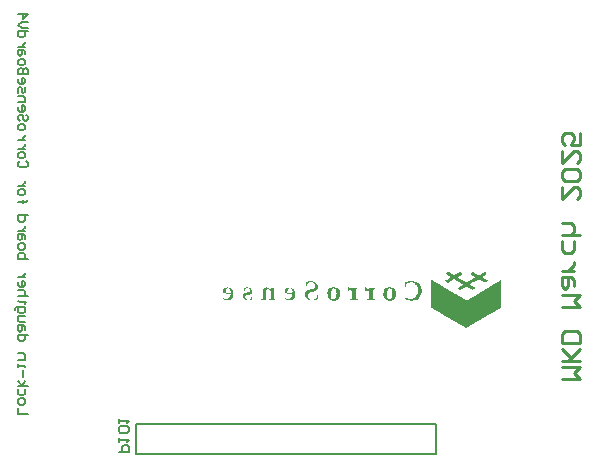
<source format=gbo>
G04*
G04 #@! TF.GenerationSoftware,Altium Limited,Altium Designer,22.8.2 (66)*
G04*
G04 Layer_Color=32896*
%FSLAX44Y44*%
%MOMM*%
G71*
G04*
G04 #@! TF.SameCoordinates,219079CE-D9F2-4F20-8337-977AF1FC8BC2*
G04*
G04*
G04 #@! TF.FilePolarity,Positive*
G04*
G01*
G75*
%ADD10C,0.2000*%
%ADD13C,0.2540*%
%ADD14C,0.1524*%
%ADD42C,0.2032*%
G36*
X192043Y155925D02*
X191437Y155666D01*
X191004Y155579D01*
X190484Y155232D01*
X190311Y155146D01*
X189661Y154496D01*
X189531Y154019D01*
X189228Y153716D01*
X189141Y152849D01*
X189097Y151506D01*
X189271Y151246D01*
X189531Y151160D01*
X189791Y151246D01*
X190311Y151160D01*
X190571Y151073D01*
X191394Y151116D01*
X191957Y150813D01*
X193647Y150857D01*
X194210Y150813D01*
X194470Y150900D01*
X195250Y150813D01*
X195553Y150510D01*
X195639Y150250D01*
X195553Y149990D01*
X195293Y148777D01*
X195120Y148604D01*
X194686Y147824D01*
X194513Y147650D01*
X194426Y147477D01*
X193863Y146914D01*
X193430Y146741D01*
X192997Y146481D01*
X190657Y146567D01*
X190571D01*
X190137Y146654D01*
X189964Y146827D01*
X189617Y146914D01*
X189487Y146871D01*
X189574Y146437D01*
X189877Y146047D01*
X190224Y145961D01*
X190397Y145787D01*
X190960Y145658D01*
X191437Y145441D01*
X192130Y145354D01*
X192390Y145268D01*
X193257Y145181D01*
X193906Y145311D01*
X194426Y145398D01*
X194773Y145484D01*
X195509Y145701D01*
X196116Y146047D01*
X196289Y146221D01*
X196463Y146307D01*
X196679Y146437D01*
X196766Y146611D01*
X197199Y147044D01*
X197286Y147217D01*
X197632Y147824D01*
X197719Y148170D01*
X197849Y148647D01*
X198066Y149210D01*
X197979Y151983D01*
X197719Y152589D01*
X197632Y153283D01*
X197459Y153456D01*
X197372Y153629D01*
X196939Y154236D01*
X196809Y154366D01*
X196636Y154452D01*
X196029Y154886D01*
X195596Y155146D01*
X194816Y155492D01*
X194470Y155579D01*
X193863Y155839D01*
X193517Y155925D01*
X193257Y156012D01*
X192043Y155925D01*
D02*
G37*
G36*
X210933Y155319D02*
X211410Y154929D01*
X212016Y154322D01*
X212103Y153283D01*
X212016Y153023D01*
X211756Y152589D01*
X211583Y152416D01*
X211496Y152243D01*
X211366Y152113D01*
X210673Y151940D01*
X209980Y151853D01*
X209806Y151680D01*
X209373Y151506D01*
X208550Y151550D01*
X208117Y151376D01*
X207987Y151246D01*
X207380Y151073D01*
X206947Y150813D01*
X206297Y150163D01*
X206211Y149557D01*
X206297Y147564D01*
X206730Y146957D01*
X206817Y146784D01*
X206991Y146611D01*
X207034Y146481D01*
X207207Y146394D01*
X207380Y146221D01*
X207987Y145874D01*
X208767Y145527D01*
X209373Y145354D01*
X209633Y145441D01*
X210067Y145181D01*
X211626Y145268D01*
X211886Y145354D01*
X212233Y145441D01*
X213359Y145614D01*
X213836Y146004D01*
X213922Y146437D01*
X213836Y146697D01*
X213749Y148430D01*
X213619Y148560D01*
X213403Y148517D01*
X213316Y148170D01*
X213186Y147087D01*
X213013Y146741D01*
X212839Y146654D01*
X212319Y146134D01*
X211973Y146047D01*
X211453Y145701D01*
X209763Y145658D01*
X209460Y145874D01*
X208637Y146437D01*
X208550Y146611D01*
X208117Y147564D01*
X208030Y147910D01*
X208247Y148474D01*
X208377Y148604D01*
X208723Y149210D01*
X209373Y149600D01*
X209720Y149687D01*
X210586Y149773D01*
X210760Y149947D01*
X211106Y150033D01*
X211886Y150120D01*
X212059Y150293D01*
X212579Y150380D01*
X213186Y150813D01*
X213316Y150857D01*
X213403Y151030D01*
X213836Y151636D01*
X213749Y153802D01*
X213316Y154409D01*
X213229Y154582D01*
X212753Y155059D01*
X212579Y155146D01*
X212406Y155319D01*
X211800Y155579D01*
X211453Y155666D01*
X210846Y155752D01*
X210413Y156012D01*
X210153Y156099D01*
X209893Y156012D01*
X208897Y156055D01*
X208594Y155839D01*
X208290Y155709D01*
X207900Y155752D01*
X207640Y155666D01*
X207207Y155579D01*
X207077Y155449D01*
X206991Y155102D01*
X207077Y153976D01*
X207164Y153283D01*
X207294Y153153D01*
X207554Y153239D01*
X207640Y154106D01*
X207727Y154539D01*
X207987Y154799D01*
X208160Y154886D01*
X208767Y155319D01*
X209893Y155406D01*
X210846Y155319D01*
X210933D01*
D02*
G37*
G36*
X224277Y155492D02*
X224104Y155406D01*
X223930Y155232D01*
X223757Y155146D01*
X223410Y154626D01*
X223194Y154062D01*
X223107Y153196D01*
X223020Y152936D01*
X223151Y150120D01*
X223194Y148344D01*
X223107Y148084D01*
X223020Y146784D01*
X222631Y146047D01*
X222197Y145874D01*
X221851Y146047D01*
X221721Y145918D01*
X221764Y145614D01*
X222111Y145701D01*
X222371Y145787D01*
X222631Y145701D01*
X223324Y145787D01*
X223584Y145701D01*
X225403Y145787D01*
X225533Y146177D01*
X225447Y146524D01*
X225533Y153023D01*
X225967Y153802D01*
X226096Y154019D01*
X226443Y154106D01*
X226833Y154322D01*
X226920Y154496D01*
X227310Y154626D01*
X227656Y154539D01*
X227916Y154626D01*
X228349Y154452D01*
X228523Y154279D01*
X228696Y154192D01*
X229303Y153846D01*
X229866Y152849D01*
X229952Y151983D01*
X229866Y146697D01*
X229476Y146221D01*
X228869Y145961D01*
X228479Y145918D01*
X228523Y145701D01*
X228999Y145744D01*
X230776Y145701D01*
X231035Y145787D01*
X231945Y145744D01*
X232422Y145787D01*
X232682Y145701D01*
X233072Y145658D01*
X233418Y145744D01*
X233505Y145831D01*
X233375Y145961D01*
X232855Y146047D01*
X232379Y146524D01*
X232205Y147131D01*
X232119Y148777D01*
X232205Y153543D01*
X232292Y153802D01*
X232422Y154279D01*
X232768Y154626D01*
X233115Y154712D01*
X233678Y154756D01*
X233592Y155016D01*
X232725Y155189D01*
X231902Y155319D01*
X231469Y155492D01*
X230646Y155622D01*
X230256Y155839D01*
X230039Y155882D01*
X229866Y155449D01*
X229909Y154626D01*
X229822Y154279D01*
X229562Y154192D01*
X229303Y154279D01*
X228696Y154886D01*
X228349Y154972D01*
X228219Y155102D01*
X228133Y155276D01*
X228003Y155406D01*
X227829Y155492D01*
X227223Y155752D01*
X226746Y155882D01*
X226183Y156099D01*
X225663Y156012D01*
X225057Y155752D01*
X224364Y155579D01*
X224320Y155535D01*
X224277Y155492D01*
D02*
G37*
G36*
X244769Y155969D02*
X244293Y155752D01*
X243600Y155666D01*
X242820Y155232D01*
X241997Y154409D01*
X241910Y154062D01*
X241737Y153889D01*
X241563Y153456D01*
X241477Y151376D01*
X241693Y151160D01*
X242516Y151203D01*
X242950Y151116D01*
X243816Y151030D01*
X244379Y150813D01*
X246156Y150857D01*
X247715Y150770D01*
X247889Y150683D01*
X247975Y150337D01*
X247889Y149470D01*
X247802Y149210D01*
X247672Y148734D01*
X247456Y148517D01*
X247022Y147737D01*
X246286Y147001D01*
X246112Y146914D01*
X245939Y146741D01*
X245766Y146654D01*
X245333Y146481D01*
X243686D01*
X242560Y146567D01*
X242213Y146914D01*
X241910Y146957D01*
X241823Y146697D01*
X242170Y146091D01*
X243080Y145701D01*
X243946Y145441D01*
X244553Y145354D01*
X245159Y145181D01*
X246286Y145268D01*
X246719Y145441D01*
X247412Y145527D01*
X248712Y146221D01*
X249058Y146567D01*
X249232Y146654D01*
X249578Y147174D01*
X249708Y147304D01*
X249968Y147910D01*
X250098Y148387D01*
X250228Y148777D01*
X250315Y149123D01*
X250401Y150423D01*
X250315Y150683D01*
X250401Y151290D01*
X250272Y152026D01*
X250012Y152719D01*
X249925Y153153D01*
X249362Y154149D01*
X248972Y154539D01*
X248019Y155059D01*
X247412Y155406D01*
X246849Y155622D01*
X246459Y155752D01*
X245939Y155839D01*
X245333Y156099D01*
X244769Y155969D01*
D02*
G37*
G36*
X267168Y156445D02*
X266778Y155622D01*
X266648Y155492D01*
X266475Y155406D01*
X266345Y155276D01*
X266302Y155146D01*
X266128Y155059D01*
X265695Y154886D01*
X265348Y154799D01*
X264742Y154539D01*
X264135Y154452D01*
X263096Y154366D01*
X262489Y154106D01*
X261363Y154019D01*
X261016Y153933D01*
X260843Y153759D01*
X260280Y153543D01*
X260149Y153413D01*
X259976Y153326D01*
X259500Y152936D01*
X259413Y152763D01*
X259153Y152503D01*
X258980Y152070D01*
X258893Y151376D01*
X258720Y150943D01*
X258633Y150423D01*
X258720Y150163D01*
X258980Y149210D01*
X259066Y148517D01*
X259413Y147997D01*
X259673Y147564D01*
X260063Y147087D01*
X260583Y146567D01*
X260756Y146481D01*
X261363Y146047D01*
X261969Y145787D01*
X262836Y145527D01*
X263182Y145441D01*
X263832Y145311D01*
X264179Y145224D01*
X265955Y145181D01*
X266215Y145268D01*
X266908Y145441D01*
X267558Y145571D01*
X267948Y145701D01*
X268295Y145787D01*
X268728Y145961D01*
X269291Y146177D01*
X269464Y146611D01*
X269378Y148777D01*
X269291Y149470D01*
X269074Y149513D01*
X268858Y149297D01*
X268771Y148170D01*
X268424Y147304D01*
X268165Y147044D01*
X268078Y146871D01*
X267948Y146741D01*
X267341Y146394D01*
X267168Y146221D01*
X265522Y145701D01*
X265132Y145658D01*
X263615Y145787D01*
X263009Y146047D01*
X262402Y146394D01*
X262186Y146611D01*
X262099Y146784D01*
X261579Y147304D01*
X261449Y147780D01*
X261319Y147910D01*
X261146Y148344D01*
X261059Y149643D01*
X261146Y149903D01*
X261276Y150380D01*
X261752Y151116D01*
X262056Y151420D01*
X262229Y151506D01*
X262662Y151680D01*
X262836Y151766D01*
X263356Y152113D01*
X264742Y152199D01*
X265002Y152286D01*
X265565Y152416D01*
X265955Y152546D01*
X266648Y152633D01*
X267255Y152893D01*
X267818Y153109D01*
X268338Y153456D01*
X268598Y153716D01*
X268684Y153889D01*
X269031Y154236D01*
X269118Y154582D01*
X269334Y155146D01*
X269421Y155579D01*
X269464Y156749D01*
X269378Y157008D01*
X269291Y157875D01*
X268511Y159348D01*
X268035Y159825D01*
X267861Y159911D01*
X267601Y160171D01*
X267428Y160258D01*
X266735Y160691D01*
X266388Y160778D01*
X265955Y160864D01*
X265782Y161038D01*
X265435Y161124D01*
X263745Y161168D01*
X261493Y161081D01*
X260756Y160778D01*
X260410Y160691D01*
X260149Y160604D01*
X259846Y160301D01*
X259760Y159955D01*
X259846Y159348D01*
X259933Y158222D01*
X260019Y157615D01*
X260149Y157485D01*
X260410Y157572D01*
X260496Y158005D01*
X260583Y159131D01*
X260799Y159435D01*
X261276Y159911D01*
X261449Y159998D01*
X262229Y160345D01*
X263052Y160648D01*
X264742Y160691D01*
X265522Y160345D01*
X265955Y160085D01*
X266215Y159825D01*
X266388Y159738D01*
X266778Y159348D01*
X266865Y159175D01*
X267211Y158395D01*
X267298Y158048D01*
X267211Y156489D01*
X267168Y156445D01*
D02*
G37*
G36*
X281638Y156185D02*
X281032Y155925D01*
X280945D01*
X280295Y155795D01*
X279559Y155406D01*
X279386Y155232D01*
X279212Y155146D01*
X278909Y154842D01*
X278822Y154669D01*
X278476Y154322D01*
X277956Y153196D01*
X277696Y151723D01*
X277783Y149210D01*
X277869Y148950D01*
X277999Y148300D01*
X278172Y147867D01*
X278389Y147477D01*
X278476Y147304D01*
X278909Y146697D01*
X278996Y146524D01*
X279212Y146307D01*
X279386Y146221D01*
X279646Y145961D01*
X279819Y145874D01*
X280599Y145441D01*
X281032Y145268D01*
X281942Y145051D01*
X282418Y144921D01*
X283761Y144878D01*
X284108Y144964D01*
X284585Y145094D01*
X284931Y145181D01*
X285408Y145311D01*
X285841Y145484D01*
X286361Y145831D01*
X286491Y145961D01*
X286664Y146047D01*
X287227Y146611D01*
X287314Y146784D01*
X287487Y146957D01*
X287834Y147737D01*
X288180Y148604D01*
X288267Y149210D01*
X288180Y152589D01*
X287920Y153196D01*
X287314Y154322D01*
X287141Y154496D01*
X287054Y154669D01*
X286664Y155059D01*
X286491Y155146D01*
X285971Y155492D01*
X285191Y155839D01*
X284628Y155969D01*
X283935Y156142D01*
X283458Y156272D01*
X281638Y156185D01*
D02*
G37*
G36*
X303084Y154669D02*
X303171Y154929D01*
X302954Y155319D01*
X302607Y155406D01*
X301308Y155492D01*
X300441Y155839D01*
X299445Y155969D01*
X299315Y156099D01*
X298968Y156185D01*
X298752Y155969D01*
X298665Y154496D01*
X298535Y154366D01*
X298188Y154452D01*
X297972Y154669D01*
X297885Y154842D01*
X297539Y155189D01*
X297452Y155362D01*
X296975Y155839D01*
X296022Y156272D01*
X295329Y156185D01*
X295112Y155969D01*
X295069Y155406D01*
X295156Y153759D01*
X295242Y153413D01*
X295329Y153239D01*
X295546Y153196D01*
X295849Y153326D01*
X296022Y153499D01*
X296195Y153586D01*
X296975Y153933D01*
X297452Y153802D01*
X297582Y153673D01*
X298188Y153326D01*
X298578Y152936D01*
X298752Y152503D01*
X298665Y146697D01*
X298448Y146394D01*
X298102Y146307D01*
X297062Y146221D01*
X296932Y146091D01*
X296845Y145744D01*
X296932Y145571D01*
X297062Y145441D01*
X297409Y145354D01*
X303041Y145441D01*
X303171Y145831D01*
X303084Y146091D01*
X302867Y146307D01*
X301828Y146394D01*
X301611Y146611D01*
X301524Y147217D01*
X301611Y154062D01*
X301914Y154366D01*
X302434Y154452D01*
X302694Y154366D01*
X303084Y154582D01*
Y154669D01*
D02*
G37*
G36*
X312139Y145354D02*
X317511Y145441D01*
X317641Y145571D01*
X317554Y146177D01*
X317164Y146307D01*
X316861Y146264D01*
X316428Y146351D01*
X316255Y146437D01*
X316081Y146871D01*
X315995Y150077D01*
X316081Y153976D01*
X316298Y154279D01*
X316905Y154452D01*
X317251Y154366D01*
X317641Y154669D01*
X317554Y155189D01*
X317424Y155319D01*
X317078Y155406D01*
X315865Y155492D01*
X315605Y155579D01*
X315042Y155795D01*
X314348Y155882D01*
X314002Y155969D01*
X313872Y156099D01*
X313525Y156185D01*
X313352Y156099D01*
X313222Y155709D01*
X313135Y154409D01*
X312832Y154366D01*
X312442Y154756D01*
X312355Y154929D01*
X311446Y155839D01*
X311272Y155925D01*
X310492Y156272D01*
X310233Y156359D01*
X309973Y156272D01*
X309799Y156185D01*
X309669Y156055D01*
X309583Y155709D01*
X309713Y153499D01*
X309973Y153153D01*
X311186Y153846D01*
X311619Y153933D01*
X312572Y153413D01*
X313135Y152849D01*
X313222Y152243D01*
X313135Y146611D01*
X312832Y146307D01*
X311532Y146221D01*
X311402Y146091D01*
X311316Y145744D01*
X311532Y145441D01*
X311879Y145354D01*
X312052D01*
X312139D01*
D02*
G37*
G36*
X329122Y156185D02*
X328949Y156099D01*
X328862D01*
X328602Y156012D01*
X327909Y155839D01*
X327476Y155752D01*
X327302Y155579D01*
X326696Y155232D01*
X326046Y154582D01*
X325959Y154409D01*
X325786Y154236D01*
X325266Y153109D01*
X325179Y152503D01*
X325050Y151680D01*
X325006Y150077D01*
X325093Y149817D01*
X325309Y148387D01*
X325439Y148084D01*
X326046Y146957D01*
X326219Y146784D01*
X326306Y146611D01*
X326782Y146134D01*
X326956Y146047D01*
X327129Y145874D01*
X327302Y145787D01*
X328429Y145268D01*
X328992Y145138D01*
X329685Y144964D01*
X330205Y144878D01*
X331028Y144834D01*
X331288Y144921D01*
X332328Y145181D01*
X332805Y145311D01*
X333541Y145701D01*
X334321Y146307D01*
X334538Y146524D01*
X334624Y146697D01*
X335057Y147304D01*
X335187Y147780D01*
X335577Y148690D01*
X335621Y151246D01*
X335491Y152763D01*
X335057Y153716D01*
X334971Y153889D01*
X334798Y154062D01*
X334538Y154496D01*
X333888Y155146D01*
X333714Y155232D01*
X333541Y155406D01*
X332588Y155839D01*
X331851Y155969D01*
X331115Y156185D01*
X330768Y156272D01*
X329122Y156185D01*
D02*
G37*
G36*
X411785Y168836D02*
X411915Y168706D01*
X412088Y168186D01*
X412175Y167753D01*
X412088Y167493D01*
X412002Y167060D01*
X411698Y166756D01*
X411525Y166670D01*
X411482Y166540D01*
X410919Y166323D01*
X410572Y165977D01*
X410225Y165890D01*
X410052Y165717D01*
X409619Y165457D01*
X409359Y165370D01*
X409185Y165284D01*
X408969Y164980D01*
X409055Y164547D01*
X409272Y164330D01*
X409705Y164244D01*
X410052Y163897D01*
X410399Y163811D01*
X410658Y163550D01*
X411092Y163377D01*
X411265Y163204D01*
X413258Y162164D01*
X413388Y162034D01*
X413301Y161688D01*
X413085Y161471D01*
X412651Y161384D01*
X412305Y161038D01*
X412045Y160951D01*
X412002Y160908D01*
X411958Y160864D01*
X411178Y160431D01*
X410832Y160345D01*
X410052Y160691D01*
X409445Y161038D01*
X409229Y161254D01*
X408666Y161471D01*
X408449Y161688D01*
X407886Y161904D01*
X407713Y162078D01*
X406759Y162597D01*
X406196Y162901D01*
X405720Y163031D01*
X404073Y162251D01*
X403207Y161731D01*
X402427Y161298D01*
X401820Y160951D01*
X401430Y160561D01*
X400954Y160431D01*
X400781Y160258D01*
X399567Y159565D01*
X399264Y159348D01*
X398744Y159002D01*
X398658Y158482D01*
X398918Y158308D01*
X399394Y157918D01*
X400174Y157485D01*
X400347Y157398D01*
X400867Y157052D01*
X401301Y156792D01*
X401820Y156445D01*
X402167Y156359D01*
X402340Y156185D01*
X402817Y155882D01*
X402904Y155535D01*
X402687Y155319D01*
X401734Y154799D01*
X401560Y154626D01*
X401127Y154366D01*
X400521Y154106D01*
X399221Y154712D01*
X398528Y155146D01*
X397748Y155579D01*
X397228Y155925D01*
X396448Y156359D01*
X395842Y156792D01*
X395148Y156879D01*
X394542Y156619D01*
X394109Y156359D01*
X393156Y155752D01*
X391856Y155059D01*
X391682Y154972D01*
X391509Y154799D01*
X391336Y154712D01*
X391119Y154496D01*
X390556Y154279D01*
X390383Y154106D01*
X390036Y154019D01*
X389819Y154236D01*
X389256Y154452D01*
X389083Y154626D01*
X388346Y155016D01*
X387827Y155362D01*
X387740Y155795D01*
X387870Y155925D01*
X388823Y156445D01*
X389430Y156792D01*
X389733Y157095D01*
X390296Y157312D01*
X390469Y157485D01*
X391596Y158092D01*
X391812Y158308D01*
X392029Y158611D01*
X391986Y158828D01*
X391682Y159131D01*
X390816Y159651D01*
X390643Y159738D01*
X390469Y159911D01*
X389863Y160258D01*
X389733Y160388D01*
X389170Y160604D01*
X388953Y160821D01*
X388390Y161038D01*
X388130Y161298D01*
X387697Y161471D01*
X387437Y161731D01*
X387090Y161817D01*
X386483Y162251D01*
X385010Y163031D01*
X384491Y162944D01*
X384317Y162771D01*
X383537Y162337D01*
X382931Y161904D01*
X382671Y161817D01*
X382498Y161644D01*
X382064Y161384D01*
X381718Y161298D01*
X381544Y161124D01*
X380938Y160778D01*
X379812Y160171D01*
X378945Y160691D01*
X378165Y161124D01*
X377732Y161384D01*
X377429Y161688D01*
X377515Y162034D01*
X377819Y162164D01*
X378339Y162511D01*
X378512Y162597D01*
X379812Y163377D01*
X379985Y163550D01*
X381458Y164330D01*
X381588Y164460D01*
X381674Y164980D01*
X381025Y165457D01*
X380765Y165543D01*
X380591Y165717D01*
X379985Y166063D01*
X379725Y166323D01*
X379378Y166410D01*
X379205Y166583D01*
X379032Y166670D01*
X378902Y166800D01*
X378469Y167406D01*
X378382Y167926D01*
X378642Y168533D01*
X378728Y168706D01*
X378858Y168749D01*
X379205Y169096D01*
X379638Y169183D01*
X379898Y169269D01*
X380245Y169183D01*
X380678Y168923D01*
X381025Y168836D01*
X381371Y168489D01*
X381805Y168403D01*
X381978Y168230D01*
X382584Y167796D01*
X384057Y167017D01*
X384664Y166583D01*
X384924Y166497D01*
X385530Y166756D01*
X385704Y166843D01*
X385877Y167017D01*
X386830Y167536D01*
X387350Y167883D01*
X387697Y167970D01*
X388043Y168316D01*
X388217Y168403D01*
X388650Y168576D01*
X389083Y168836D01*
X389430Y168923D01*
X389603Y169096D01*
X390296Y169183D01*
X390729Y169009D01*
X390903Y168923D01*
X391206Y168619D01*
X391292Y168446D01*
X391466Y168273D01*
X391553Y167926D01*
X391466Y167320D01*
X391292Y167146D01*
X391206Y166973D01*
X390816Y166583D01*
X389603Y165890D01*
X389343Y165630D01*
X388780Y165413D01*
X388260Y165067D01*
X388173Y164634D01*
X388303Y164504D01*
X388736Y164244D01*
X388996Y163984D01*
X389343Y163897D01*
X389689Y163550D01*
X390036Y163464D01*
X390643Y163031D01*
X390989Y162944D01*
X391162Y162771D01*
X391942Y162337D01*
X392202Y162251D01*
X392592Y161861D01*
X393069Y161731D01*
X393285Y161514D01*
X393849Y161298D01*
X394022Y161124D01*
X394628Y160778D01*
X395062Y160518D01*
X395322Y160431D01*
X395582Y160518D01*
X396101Y160864D01*
X396448Y160951D01*
X396751Y161254D01*
X397228Y161384D01*
X397401Y161558D01*
X397575Y161644D01*
X398181Y162078D01*
X398441Y162164D01*
X398961Y162511D01*
X399134Y162597D01*
X399264Y162727D01*
X399827Y162944D01*
X400131Y163247D01*
X400694Y163464D01*
X400867Y163637D01*
X401647Y164070D01*
X401820Y164157D01*
X402297Y164634D01*
X402384Y164980D01*
X402254Y165110D01*
X402080Y165197D01*
X401820Y165457D01*
X401647Y165543D01*
X401301Y165630D01*
X401257Y165760D01*
X400694Y166063D01*
X400087Y166410D01*
X399827Y166670D01*
X399654Y166756D01*
X399481Y167017D01*
X399091Y167493D01*
X399134Y168230D01*
X399221Y168576D01*
X399654Y168836D01*
X399914Y169096D01*
X400781Y169183D01*
X401214Y169009D01*
X401907Y168749D01*
X402080Y168489D01*
X402600Y168403D01*
X402860Y168143D01*
X403467Y167796D01*
X404246Y167363D01*
X404420Y167276D01*
X405546Y166497D01*
X405763Y166540D01*
X406326Y166756D01*
X406499Y166930D01*
X407366Y167450D01*
X408492Y168056D01*
X408536Y168186D01*
X408752Y168316D01*
X409185Y168403D01*
X409359Y168576D01*
X410139Y169009D01*
X410312Y169183D01*
X410832Y169269D01*
X411785Y168836D01*
D02*
G37*
G36*
X351131Y161298D02*
X351694Y160994D01*
X352041Y160908D01*
X352474Y160821D01*
X353427Y160388D01*
X353470Y160345D01*
X353730Y160258D01*
X354250Y159911D01*
X354423Y159825D01*
X354683Y159565D01*
X354857Y159478D01*
X355117Y159218D01*
X355290Y159131D01*
X355463Y158871D01*
X355636Y158785D01*
X355680Y158655D01*
X355810Y158525D01*
X356200Y158048D01*
X356893Y156749D01*
X357023Y156619D01*
X357153Y155882D01*
X357500Y155102D01*
X357586Y152416D01*
X357500Y151810D01*
X357239Y151203D01*
X357153Y150597D01*
X357066Y150250D01*
X356373Y148777D01*
X356286Y148604D01*
X355940Y148084D01*
X355853Y147910D01*
X355593Y147650D01*
X355507Y147477D01*
X355030Y147001D01*
X354250Y146394D01*
X353080Y145744D01*
X352517Y145527D01*
X352084Y145354D01*
X351347Y145224D01*
X350524Y145094D01*
X349788Y144878D01*
X348791Y144921D01*
X348445Y144834D01*
X347838Y144921D01*
X347448Y145051D01*
X346755Y145138D01*
X345932Y145268D01*
X345455Y145398D01*
X344892Y145614D01*
X344286Y145874D01*
X343852Y146047D01*
X343679Y146221D01*
X343289Y146697D01*
X343202Y147304D01*
X343332Y147434D01*
X344199Y147174D01*
X344719Y146827D01*
X345585Y146741D01*
X345975Y146611D01*
X346885Y146394D01*
X347145Y146307D01*
X348228Y146351D01*
X349051Y146481D01*
X349225Y146654D01*
X349744Y146741D01*
X350351Y146827D01*
X350524Y147001D01*
X351131Y147347D01*
X351304Y147434D01*
X351477Y147607D01*
X351651Y147694D01*
X352561Y148604D01*
X352647Y148777D01*
X352820Y148950D01*
X353514Y150250D01*
X353730Y150726D01*
X353947Y151636D01*
X354120Y152070D01*
X354207Y155102D01*
X354120Y155449D01*
X353947Y156055D01*
X353774Y156749D01*
X353254Y157875D01*
X352994Y158308D01*
X352214Y159088D01*
X351737Y159478D01*
X351131Y159825D01*
X350741Y160041D01*
X350394Y160128D01*
X349831Y160258D01*
X349571Y160345D01*
X347838Y160431D01*
X347232Y160258D01*
X346625Y160171D01*
X345325Y159565D01*
X345152Y159478D01*
X344979Y159305D01*
X344805Y159218D01*
X344372Y158525D01*
X344242Y157008D01*
X344026Y156792D01*
X343679Y156879D01*
X343549Y157008D01*
X343462Y158048D01*
X343376Y158655D01*
X343289Y159002D01*
X343202Y159261D01*
X343116Y160301D01*
X343246Y160431D01*
X344026Y160864D01*
X344892Y160951D01*
X345499Y161211D01*
X346538Y161298D01*
X347145Y161384D01*
X351131Y161298D01*
D02*
G37*
G36*
X366034Y162511D02*
X366771Y162121D01*
X366814Y162078D01*
X367248Y161817D01*
X367854Y161471D01*
X369154Y160778D01*
X369327Y160604D01*
X370280Y160085D01*
X371233Y159478D01*
X372013Y159045D01*
X372187Y158958D01*
X372793Y158525D01*
X373400Y158178D01*
X374526Y157572D01*
X374699Y157398D01*
X375306Y157052D01*
X375479Y156965D01*
X375652Y156792D01*
X375999Y156705D01*
X376302Y156402D01*
X376735Y156229D01*
X377559Y155666D01*
X378685Y155059D01*
X379205Y154712D01*
X379378Y154626D01*
X379638Y154366D01*
X379985Y154279D01*
X380938Y153673D01*
X381718Y153239D01*
X382411Y152806D01*
X382584Y152719D01*
X383278Y152286D01*
X384491Y151593D01*
X384924Y151333D01*
X385877Y150726D01*
X386050Y150640D01*
X386743Y150207D01*
X387957Y149513D01*
X388390Y149253D01*
X388910Y148907D01*
X389863Y148387D01*
X390383Y148040D01*
X391162Y147607D01*
X392116Y147001D01*
X392722Y146654D01*
X393502Y146221D01*
X393675Y146047D01*
X394628Y145527D01*
X394802Y145441D01*
X395062Y145181D01*
X395582Y145094D01*
X395842Y145181D01*
X396015Y145268D01*
X396145Y145398D01*
X396665Y145658D01*
X397358Y146091D01*
X397835Y146481D01*
X398094Y146394D01*
X398311Y146611D01*
X398398Y146784D01*
X398788Y147001D01*
X399221Y147174D01*
X399827Y147521D01*
X400001Y147694D01*
X400781Y148127D01*
X401907Y148907D01*
X402080Y148994D01*
X402514Y149167D01*
X403727Y149860D01*
X403900Y150033D01*
X404506Y150380D01*
X405286Y150813D01*
X405590Y151030D01*
X406456Y151550D01*
X406933Y151940D01*
X407193Y151853D01*
X407626Y152286D01*
X407799Y152373D01*
X408232Y152546D01*
X408406Y152719D01*
X409185Y153153D01*
X409835Y153543D01*
X410312Y153933D01*
X410658Y154019D01*
X410919Y154279D01*
X411222Y154496D01*
X411568Y154582D01*
X412392Y155146D01*
X413171Y155579D01*
X413778Y155925D01*
X414211Y156185D01*
X415078Y156792D01*
X415424Y156879D01*
X415944Y157225D01*
X416117Y157312D01*
X416334Y157528D01*
X416897Y157745D01*
X417071Y157918D01*
X417244Y158005D01*
X417417Y158178D01*
X417850Y158352D01*
X417894Y158482D01*
X418024Y158611D01*
X418197Y158698D01*
X418977Y159045D01*
X419930Y159651D01*
X420710Y160085D01*
X421143Y160345D01*
X421403Y160604D01*
X421663Y160691D01*
X422010Y160778D01*
X422183Y161038D01*
X422789Y161384D01*
X423223Y161644D01*
X423266Y161601D01*
X423569Y161731D01*
X424002Y161991D01*
X424522Y162511D01*
X424696Y162424D01*
X424782Y147954D01*
X424739Y139332D01*
X423353Y138466D01*
X422876Y138076D01*
X422529Y137989D01*
X422183Y137642D01*
X421750Y137556D01*
X421360Y137166D01*
X420883Y137036D01*
X420536Y136689D01*
X420017Y136516D01*
X419843Y136429D01*
X418717Y135650D01*
X418284Y135476D01*
X417764Y135130D01*
X417590Y135043D01*
X416984Y134610D01*
X416637Y134523D01*
X416464Y134350D01*
X415684Y133917D01*
X414731Y133397D01*
X414211Y133050D01*
X413778Y132877D01*
X413648Y132747D01*
X413561Y132573D01*
X413258Y132444D01*
X412911Y132357D01*
X412651Y132097D01*
X412478Y132010D01*
X411958Y131664D01*
X411222Y131274D01*
X410788Y131101D01*
X410312Y130711D01*
X410139Y130624D01*
X410009Y130494D01*
X409445Y130277D01*
X409185Y130017D01*
X408752Y129931D01*
X408622Y129714D01*
X408536Y129541D01*
X407972Y129411D01*
X407713Y129151D01*
X407366Y129064D01*
X406759Y128631D01*
X406586Y128544D01*
X406413Y128371D01*
X406066Y128284D01*
X405806Y128025D01*
X405373Y127851D01*
X405243Y127721D01*
X405156Y127548D01*
X404983Y127461D01*
X404550Y127375D01*
X404463Y127201D01*
X404333Y127071D01*
X403813Y126985D01*
X403640Y126811D01*
X403207Y126552D01*
X401647Y125598D01*
X400867Y125165D01*
X400261Y124818D01*
X400217Y124689D01*
X400044Y124602D01*
X399611Y124515D01*
X399524Y124342D01*
X399308Y124125D01*
X398788Y124039D01*
X398744Y123909D01*
X398528Y123692D01*
X398181Y123605D01*
X397921Y123345D01*
X397575Y123259D01*
X397315Y122999D01*
X396795Y122912D01*
X396535Y122652D01*
X395928Y122219D01*
X395755Y122132D01*
X395322Y121959D01*
X395062Y121872D01*
X394628Y121959D01*
X394325Y122262D01*
X393849Y122392D01*
X393632Y122609D01*
X393069Y122826D01*
X392896Y122999D01*
X391682Y123692D01*
X391509Y123865D01*
X390729Y124299D01*
X390469Y124385D01*
X389863Y124818D01*
X388736Y125425D01*
X388303Y125685D01*
X387783Y126032D01*
X386657Y126638D01*
X386483Y126811D01*
X386224Y126898D01*
X385617Y127331D01*
X385270Y127418D01*
X385097Y127591D01*
X384231Y128111D01*
X384057Y128198D01*
X383104Y128804D01*
X382324Y129238D01*
X381025Y129931D01*
X380678Y130277D01*
X380331Y130364D01*
X379638Y130797D01*
X379205Y131057D01*
X378685Y131404D01*
X378425Y131490D01*
X377472Y132097D01*
X376605Y132617D01*
X375306Y133310D01*
X374786Y133657D01*
X374179Y134003D01*
X373313Y134523D01*
X373140Y134610D01*
X372620Y134956D01*
X371667Y135476D01*
X371493Y135563D01*
X370973Y135910D01*
X370020Y136429D01*
X369500Y136776D01*
X369067Y136949D01*
X368764Y137253D01*
X368201Y137469D01*
X368027Y137642D01*
X367248Y138076D01*
X367074Y138162D01*
X366901Y138336D01*
X365948Y138856D01*
X365644Y139159D01*
X365558Y162121D01*
X365644Y162467D01*
X365774Y162597D01*
X366034Y162511D01*
D02*
G37*
%LPC*%
G36*
X193170Y155406D02*
X194296Y155319D01*
X194643Y154972D01*
X194816Y154886D01*
X195120Y154582D01*
X195206Y154409D01*
X195380Y154236D01*
X195596Y153326D01*
X195769Y152459D01*
X195813Y152156D01*
X195553Y151723D01*
X195336Y151506D01*
X194600Y151550D01*
X191870Y151506D01*
X191480Y151810D01*
X191394Y152416D01*
X191524Y153413D01*
X191697Y153846D01*
X191827Y154062D01*
Y154149D01*
X192174Y154756D01*
X192347Y154929D01*
X192433Y155102D01*
X192823Y155319D01*
X193170Y155406D01*
D02*
G37*
G36*
X245679D02*
X246719Y155319D01*
X247195Y154929D01*
X247542Y154582D01*
X247629Y154409D01*
X247889Y153802D01*
X248149Y152849D01*
X248062Y151723D01*
X247932Y151593D01*
X247585Y151506D01*
X244466D01*
X243990Y151636D01*
X243816Y151810D01*
X243730Y152156D01*
X243816Y153283D01*
X244163Y154062D01*
X244249Y154496D01*
X245073Y155319D01*
X245679Y155406D01*
D02*
G37*
G36*
X283328Y155189D02*
X283675Y155102D01*
X284368Y154669D01*
X284628Y154409D01*
X284715Y154236D01*
X285061Y153456D01*
X285234Y152849D01*
X285321Y152503D01*
X285408Y150337D01*
X285321Y150077D01*
X285234Y148863D01*
X285148Y148604D01*
X285061Y148257D01*
X284931Y147780D01*
X284541Y146957D01*
X284368Y146784D01*
X284281Y146611D01*
X284065Y146394D01*
X283891Y146307D01*
X283458Y146047D01*
X283111Y145961D01*
X282158Y146047D01*
X281422Y146611D01*
X281378Y146654D01*
X280902Y147477D01*
X280815Y147824D01*
X280729Y148950D01*
X280815Y152936D01*
X281248Y153889D01*
X281595Y154496D01*
X281898Y154799D01*
X282072Y154886D01*
X282678Y155146D01*
X283328Y155189D01*
D02*
G37*
G36*
X330725D02*
X331072Y155102D01*
X331808Y154626D01*
X332025Y154322D01*
X332545Y153109D01*
X332631Y152763D01*
X332718Y152156D01*
X332631Y148863D01*
X332371Y148257D01*
X332241Y147694D01*
X332068Y147261D01*
X331721Y146741D01*
X331202Y146221D01*
X330595Y145961D01*
X329555Y146047D01*
X328732Y146611D01*
X328169Y147780D01*
X328125Y147824D01*
X328082Y150900D01*
X328169Y152806D01*
X328342Y153239D01*
X328602Y153933D01*
X328905Y154409D01*
X329382Y154886D01*
X329989Y155146D01*
X330725Y155189D01*
D02*
G37*
%LPD*%
D10*
X350520Y15240D02*
X369570D01*
Y40640D01*
X115570Y15240D02*
X350520D01*
X115570Y40640D02*
X369570D01*
X115570Y15240D02*
Y40640D01*
D13*
X476250Y78740D02*
X491485D01*
X486407Y83818D01*
X491485Y88897D01*
X476250D01*
X491485Y93975D02*
X476250D01*
X481328D01*
X491485Y104132D01*
X483867Y96514D01*
X476250Y104132D01*
X491485Y109210D02*
X476250D01*
Y116828D01*
X478789Y119367D01*
X488946D01*
X491485Y116828D01*
Y109210D01*
X476250Y139680D02*
X491485D01*
X486407Y144759D01*
X491485Y149837D01*
X476250D01*
X486407Y157455D02*
Y162533D01*
X483867Y165072D01*
X476250D01*
Y157455D01*
X478789Y154915D01*
X481328Y157455D01*
Y165072D01*
X486407Y170150D02*
X476250D01*
X481328D01*
X483867Y172690D01*
X486407Y175229D01*
Y177768D01*
Y195542D02*
Y187925D01*
X483867Y185385D01*
X478789D01*
X476250Y187925D01*
Y195542D01*
X491485Y200621D02*
X476250D01*
X483867D01*
X486407Y203160D01*
Y208238D01*
X483867Y210777D01*
X476250D01*
Y241247D02*
Y231091D01*
X486407Y241247D01*
X488946D01*
X491485Y238708D01*
Y233630D01*
X488946Y231091D01*
Y246326D02*
X491485Y248865D01*
Y253943D01*
X488946Y256483D01*
X478789D01*
X476250Y253943D01*
Y248865D01*
X478789Y246326D01*
X488946D01*
X476250Y271718D02*
Y261561D01*
X486407Y271718D01*
X488946D01*
X491485Y269178D01*
Y264100D01*
X488946Y261561D01*
X491485Y286953D02*
Y276796D01*
X483867D01*
X486407Y281874D01*
Y284414D01*
X483867Y286953D01*
X478789D01*
X476250Y284414D01*
Y279335D01*
X478789Y276796D01*
D14*
X100966Y16409D02*
X109854D01*
Y20852D01*
X108372Y22334D01*
X105410D01*
X103929Y20852D01*
Y16409D01*
X100966Y25296D02*
Y28258D01*
Y26777D01*
X109854D01*
X108372Y25296D01*
Y32702D02*
X109854Y34183D01*
Y37145D01*
X108372Y38626D01*
X102448D01*
X100966Y37145D01*
Y34183D01*
X102448Y32702D01*
X108372D01*
X100966Y41589D02*
Y44551D01*
Y43070D01*
X109854D01*
X108372Y41589D01*
D42*
X23957Y49022D02*
X16086D01*
Y54270D01*
Y58205D02*
Y60829D01*
X17398Y62141D01*
X20022D01*
X21333Y60829D01*
Y58205D01*
X20022Y56894D01*
X17398D01*
X16086Y58205D01*
X21333Y70013D02*
Y66077D01*
X20022Y64765D01*
X17398D01*
X16086Y66077D01*
Y70013D01*
Y72636D02*
X23957D01*
X18710D02*
X21333Y76572D01*
X18710Y72636D02*
X16086Y76572D01*
X20022Y80508D02*
Y85756D01*
X16086Y88379D02*
Y91003D01*
Y89691D01*
X21333D01*
Y88379D01*
X16086Y94939D02*
X21333D01*
Y98875D01*
X20022Y100187D01*
X16086D01*
X23957Y115929D02*
X16086D01*
Y111994D01*
X17398Y110682D01*
X20022D01*
X21333Y111994D01*
Y115929D01*
Y119865D02*
Y122489D01*
X20022Y123801D01*
X16086D01*
Y119865D01*
X17398Y118553D01*
X18710Y119865D01*
Y123801D01*
X21333Y126425D02*
X17398D01*
X16086Y127737D01*
Y131672D01*
X21333D01*
X13462Y136920D02*
Y138232D01*
X14774Y139544D01*
X21333D01*
Y135608D01*
X20022Y134296D01*
X17398D01*
X16086Y135608D01*
Y139544D01*
X22645Y143479D02*
X21333D01*
Y142168D01*
Y144791D01*
Y143479D01*
X17398D01*
X16086Y144791D01*
X23957Y148727D02*
X16086D01*
X20022D01*
X21333Y150039D01*
Y152663D01*
X20022Y153975D01*
X16086D01*
Y160534D02*
Y157910D01*
X17398Y156599D01*
X20022D01*
X21333Y157910D01*
Y160534D01*
X20022Y161846D01*
X18710D01*
Y156599D01*
X21333Y164470D02*
X16086D01*
X18710D01*
X20022Y165782D01*
X21333Y167094D01*
Y168406D01*
X23957Y180213D02*
X16086D01*
Y184149D01*
X17398Y185461D01*
X18710D01*
X20022D01*
X21333Y184149D01*
Y180213D01*
X16086Y189396D02*
Y192020D01*
X17398Y193332D01*
X20022D01*
X21333Y192020D01*
Y189396D01*
X20022Y188085D01*
X17398D01*
X16086Y189396D01*
X21333Y197268D02*
Y199892D01*
X20022Y201204D01*
X16086D01*
Y197268D01*
X17398Y195956D01*
X18710Y197268D01*
Y201204D01*
X21333Y203827D02*
X16086D01*
X18710D01*
X20022Y205139D01*
X21333Y206451D01*
Y207763D01*
X23957Y216947D02*
X16086D01*
Y213011D01*
X17398Y211699D01*
X20022D01*
X21333Y213011D01*
Y216947D01*
X16086Y228754D02*
X22645D01*
X20022D01*
Y227442D01*
Y230066D01*
Y228754D01*
X22645D01*
X23957Y230066D01*
X16086Y235313D02*
Y237937D01*
X17398Y239249D01*
X20022D01*
X21333Y237937D01*
Y235313D01*
X20022Y234001D01*
X17398D01*
X16086Y235313D01*
X21333Y241873D02*
X16086D01*
X18710D01*
X20022Y243185D01*
X21333Y244497D01*
Y245809D01*
X22645Y262863D02*
X23957Y261551D01*
Y258928D01*
X22645Y257616D01*
X17398D01*
X16086Y258928D01*
Y261551D01*
X17398Y262863D01*
X16086Y266799D02*
Y269423D01*
X17398Y270735D01*
X20022D01*
X21333Y269423D01*
Y266799D01*
X20022Y265487D01*
X17398D01*
X16086Y266799D01*
X21333Y273359D02*
X16086D01*
X18710D01*
X20022Y274671D01*
X21333Y275982D01*
Y277294D01*
Y281230D02*
X16086D01*
X18710D01*
X20022Y282542D01*
X21333Y283854D01*
Y285166D01*
X16086Y290413D02*
Y293037D01*
X17398Y294349D01*
X20022D01*
X21333Y293037D01*
Y290413D01*
X20022Y289102D01*
X17398D01*
X16086Y290413D01*
X22645Y302221D02*
X23957Y300909D01*
Y298285D01*
X22645Y296973D01*
X21333D01*
X20022Y298285D01*
Y300909D01*
X18710Y302221D01*
X17398D01*
X16086Y300909D01*
Y298285D01*
X17398Y296973D01*
X16086Y308780D02*
Y306156D01*
X17398Y304844D01*
X20022D01*
X21333Y306156D01*
Y308780D01*
X20022Y310092D01*
X18710D01*
Y304844D01*
X16086Y312716D02*
X21333D01*
Y316652D01*
X20022Y317964D01*
X16086D01*
Y320587D02*
Y324523D01*
X17398Y325835D01*
X18710Y324523D01*
Y321899D01*
X20022Y320587D01*
X21333Y321899D01*
Y325835D01*
X16086Y332395D02*
Y329771D01*
X17398Y328459D01*
X20022D01*
X21333Y329771D01*
Y332395D01*
X20022Y333707D01*
X18710D01*
Y328459D01*
X23957Y336330D02*
X16086D01*
Y340266D01*
X17398Y341578D01*
X18710D01*
X20022Y340266D01*
Y336330D01*
Y340266D01*
X21333Y341578D01*
X22645D01*
X23957Y340266D01*
Y336330D01*
X16086Y345514D02*
Y348138D01*
X17398Y349449D01*
X20022D01*
X21333Y348138D01*
Y345514D01*
X20022Y344202D01*
X17398D01*
X16086Y345514D01*
X21333Y353385D02*
Y356009D01*
X20022Y357321D01*
X16086D01*
Y353385D01*
X17398Y352073D01*
X18710Y353385D01*
Y357321D01*
X21333Y359945D02*
X16086D01*
X18710D01*
X20022Y361257D01*
X21333Y362569D01*
Y363880D01*
X23957Y373064D02*
X16086D01*
Y369128D01*
X17398Y367816D01*
X20022D01*
X21333Y369128D01*
Y373064D01*
X23957Y375688D02*
X18710D01*
X16086Y378311D01*
X18710Y380935D01*
X23957D01*
X16086Y387495D02*
X23957D01*
X20022Y383559D01*
Y388807D01*
M02*

</source>
